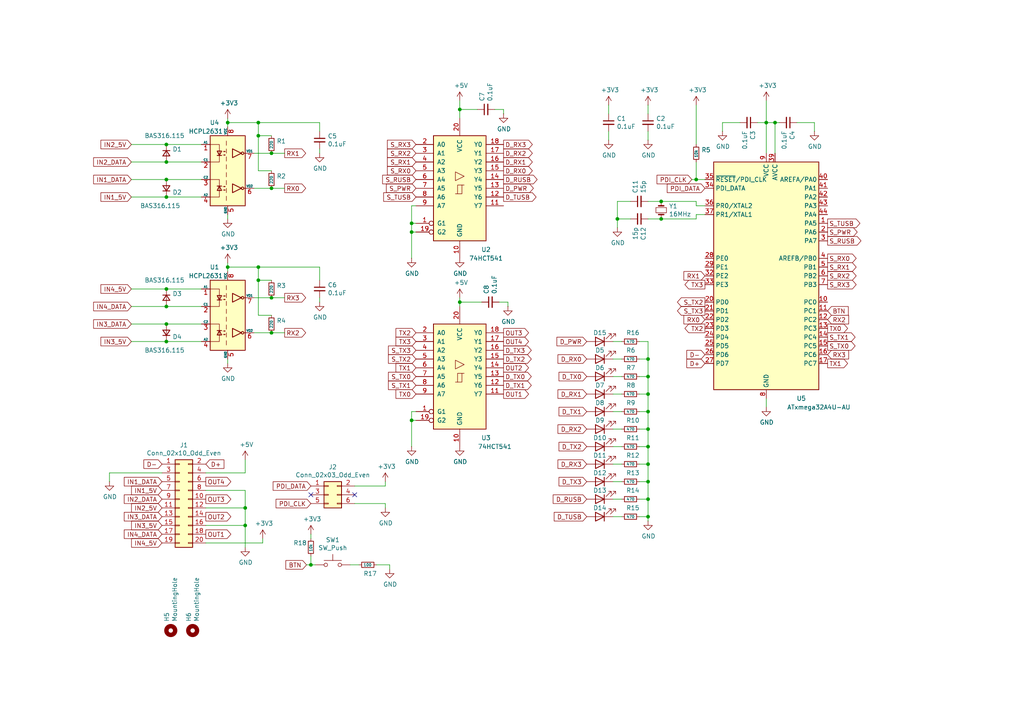
<source format=kicad_sch>
(kicad_sch (version 20231120) (generator "eeschema") (generator_version "8.0")
  (paper "A4")
  (junction (at 191.77 58.42))
  (junction (at 48.26 83.82))
  (junction (at 224.79 35.56))
  (junction (at 74.93 81.28))
  (junction (at 187.96 109.22))
  (junction (at 66.04 77.47))
  (junction (at 222.25 35.56))
  (junction (at 78.74 44.45))
  (junction (at 78.74 96.52))
  (junction (at 133.35 31.75))
  (junction (at 187.96 114.3))
  (junction (at 74.93 35.56))
  (junction (at 78.74 86.36))
  (junction (at 133.35 87.63))
  (junction (at 48.26 88.9))
  (junction (at 78.74 54.61))
  (junction (at 119.38 67.31))
  (junction (at 191.77 63.5))
  (junction (at 179.07 63.5))
  (junction (at 187.96 119.38))
  (junction (at 187.96 139.7))
  (junction (at 48.26 52.07))
  (junction (at 187.96 129.54))
  (junction (at 187.96 144.78))
  (junction (at 74.93 77.47))
  (junction (at 187.96 134.62))
  (junction (at 119.38 64.77))
  (junction (at 66.04 35.56))
  (junction (at 48.26 99.06))
  (junction (at 119.38 121.92))
  (junction (at 90.17 163.83))
  (junction (at 71.12 152.4))
  (junction (at 187.96 149.86))
  (junction (at 201.93 52.07))
  (junction (at 48.26 46.99))
  (junction (at 74.93 39.37))
  (junction (at 48.26 57.15))
  (junction (at 48.26 93.98))
  (junction (at 48.26 41.91))
  (junction (at 187.96 104.14))
  (junction (at 71.12 147.32))
  (junction (at 187.96 124.46))
  (no_connect (at 90.17 143.51))
  (no_connect (at 102.87 143.51))
  (wire (pts (xy 111.76 146.05) (xy 111.76 147.32)))
  (wire (pts (xy 182.88 58.42) (xy 179.07 58.42)))
  (wire (pts (xy 187.96 139.7) (xy 187.96 144.78)))
  (wire (pts (xy 222.25 115.57) (xy 222.25 118.11)))
  (wire (pts (xy 82.55 54.61) (xy 78.74 54.61)))
  (wire (pts (xy 92.71 86.36) (xy 92.71 87.63)))
  (wire (pts (xy 200.66 52.07) (xy 201.93 52.07)))
  (wire (pts (xy 177.8 139.7) (xy 180.34 139.7)))
  (wire (pts (xy 38.1 46.99) (xy 48.26 46.99)))
  (wire (pts (xy 92.71 43.18) (xy 92.71 44.45)))
  (wire (pts (xy 38.1 99.06) (xy 48.26 99.06)))
  (wire (pts (xy 66.04 105.41) (xy 66.04 104.14)))
  (wire (pts (xy 185.42 109.22) (xy 187.96 109.22)))
  (wire (pts (xy 187.96 109.22) (xy 187.96 114.3)))
  (wire (pts (xy 201.93 46.99) (xy 201.93 52.07)))
  (wire (pts (xy 201.93 63.5) (xy 191.77 63.5)))
  (wire (pts (xy 58.42 46.99) (xy 48.26 46.99)))
  (wire (pts (xy 187.96 149.86) (xy 187.96 151.13)))
  (wire (pts (xy 185.42 139.7) (xy 187.96 139.7)))
  (wire (pts (xy 78.74 39.37) (xy 74.93 39.37)))
  (wire (pts (xy 74.93 39.37) (xy 74.93 35.56)))
  (wire (pts (xy 92.71 77.47) (xy 92.71 81.28)))
  (wire (pts (xy 209.55 35.56) (xy 209.55 38.1)))
  (wire (pts (xy 119.38 67.31) (xy 119.38 64.77)))
  (wire (pts (xy 71.12 142.24) (xy 71.12 147.32)))
  (wire (pts (xy 201.93 59.69) (xy 204.47 59.69)))
  (wire (pts (xy 177.8 129.54) (xy 180.34 129.54)))
  (wire (pts (xy 59.69 142.24) (xy 71.12 142.24)))
  (wire (pts (xy 58.42 88.9) (xy 48.26 88.9)))
  (wire (pts (xy 226.06 35.56) (xy 224.79 35.56)))
  (wire (pts (xy 58.42 99.06) (xy 48.26 99.06)))
  (wire (pts (xy 73.66 86.36) (xy 78.74 86.36)))
  (wire (pts (xy 187.96 144.78) (xy 187.96 149.86)))
  (wire (pts (xy 66.04 35.56) (xy 66.04 36.83)))
  (wire (pts (xy 58.42 52.07) (xy 48.26 52.07)))
  (wire (pts (xy 71.12 147.32) (xy 71.12 152.4)))
  (wire (pts (xy 177.8 134.62) (xy 180.34 134.62)))
  (wire (pts (xy 119.38 119.38) (xy 120.65 119.38)))
  (wire (pts (xy 59.69 157.48) (xy 76.2 157.48)))
  (wire (pts (xy 101.6 163.83) (xy 104.14 163.83)))
  (wire (pts (xy 133.35 87.63) (xy 133.35 88.9)))
  (wire (pts (xy 74.93 81.28) (xy 74.93 77.47)))
  (wire (pts (xy 102.87 146.05) (xy 111.76 146.05)))
  (wire (pts (xy 185.42 144.78) (xy 187.96 144.78)))
  (wire (pts (xy 38.1 88.9) (xy 48.26 88.9)))
  (wire (pts (xy 201.93 52.07) (xy 204.47 52.07)))
  (wire (pts (xy 185.42 129.54) (xy 187.96 129.54)))
  (wire (pts (xy 177.8 99.06) (xy 180.34 99.06)))
  (wire (pts (xy 177.8 149.86) (xy 180.34 149.86)))
  (wire (pts (xy 201.93 30.48) (xy 201.93 41.91)))
  (wire (pts (xy 66.04 76.2) (xy 66.04 77.47)))
  (wire (pts (xy 120.65 121.92) (xy 119.38 121.92)))
  (wire (pts (xy 82.55 44.45) (xy 78.74 44.45)))
  (wire (pts (xy 146.05 31.75) (xy 146.05 33.02)))
  (wire (pts (xy 187.96 58.42) (xy 191.77 58.42)))
  (wire (pts (xy 204.47 62.23) (xy 201.93 62.23)))
  (wire (pts (xy 185.42 149.86) (xy 187.96 149.86)))
  (wire (pts (xy 179.07 63.5) (xy 179.07 66.04)))
  (wire (pts (xy 92.71 35.56) (xy 92.71 38.1)))
  (wire (pts (xy 66.04 35.56) (xy 74.93 35.56)))
  (wire (pts (xy 191.77 63.5) (xy 187.96 63.5)))
  (wire (pts (xy 176.53 30.48) (xy 176.53 33.02)))
  (wire (pts (xy 90.17 163.83) (xy 91.44 163.83)))
  (wire (pts (xy 90.17 161.29) (xy 90.17 163.83)))
  (wire (pts (xy 119.38 129.54) (xy 119.38 121.92)))
  (wire (pts (xy 59.69 152.4) (xy 71.12 152.4)))
  (wire (pts (xy 82.55 86.36) (xy 78.74 86.36)))
  (wire (pts (xy 73.66 96.52) (xy 78.74 96.52)))
  (wire (pts (xy 179.07 63.5) (xy 182.88 63.5)))
  (wire (pts (xy 38.1 52.07) (xy 48.26 52.07)))
  (wire (pts (xy 38.1 41.91) (xy 48.26 41.91)))
  (wire (pts (xy 78.74 81.28) (xy 74.93 81.28)))
  (wire (pts (xy 102.87 140.97) (xy 111.76 140.97)))
  (wire (pts (xy 187.96 124.46) (xy 187.96 129.54)))
  (wire (pts (xy 78.74 96.52) (xy 82.55 96.52)))
  (wire (pts (xy 38.1 93.98) (xy 48.26 93.98)))
  (wire (pts (xy 176.53 38.1) (xy 176.53 40.64)))
  (wire (pts (xy 109.22 163.83) (xy 113.03 163.83)))
  (wire (pts (xy 185.42 124.46) (xy 187.96 124.46)))
  (wire (pts (xy 147.32 87.63) (xy 147.32 88.9)))
  (wire (pts (xy 133.35 29.21) (xy 133.35 31.75)))
  (wire (pts (xy 187.96 30.48) (xy 187.96 33.02)))
  (wire (pts (xy 133.35 31.75) (xy 133.35 34.29)))
  (wire (pts (xy 185.42 134.62) (xy 187.96 134.62)))
  (wire (pts (xy 66.04 63.5) (xy 66.04 62.23)))
  (wire (pts (xy 119.38 74.93) (xy 119.38 67.31)))
  (wire (pts (xy 177.8 144.78) (xy 180.34 144.78)))
  (wire (pts (xy 133.35 86.36) (xy 133.35 87.63)))
  (wire (pts (xy 74.93 39.37) (xy 74.93 49.53)))
  (wire (pts (xy 201.93 58.42) (xy 201.93 59.69)))
  (wire (pts (xy 187.96 104.14) (xy 187.96 109.22)))
  (wire (pts (xy 66.04 77.47) (xy 66.04 78.74)))
  (wire (pts (xy 236.22 35.56) (xy 236.22 38.1)))
  (wire (pts (xy 222.25 44.45) (xy 222.25 35.56)))
  (wire (pts (xy 185.42 114.3) (xy 187.96 114.3)))
  (wire (pts (xy 144.78 87.63) (xy 147.32 87.63)))
  (wire (pts (xy 76.2 157.48) (xy 76.2 156.21)))
  (wire (pts (xy 138.43 31.75) (xy 133.35 31.75)))
  (wire (pts (xy 92.71 77.47) (xy 74.93 77.47)))
  (wire (pts (xy 58.42 41.91) (xy 48.26 41.91)))
  (wire (pts (xy 58.42 57.15) (xy 48.26 57.15)))
  (wire (pts (xy 74.93 49.53) (xy 78.74 49.53)))
  (wire (pts (xy 224.79 35.56) (xy 222.25 35.56)))
  (wire (pts (xy 222.25 29.21) (xy 222.25 35.56)))
  (wire (pts (xy 177.8 124.46) (xy 180.34 124.46)))
  (wire (pts (xy 71.12 152.4) (xy 71.12 158.75)))
  (wire (pts (xy 187.96 129.54) (xy 187.96 134.62)))
  (wire (pts (xy 66.04 34.29) (xy 66.04 35.56)))
  (wire (pts (xy 38.1 57.15) (xy 48.26 57.15)))
  (wire (pts (xy 191.77 58.42) (xy 201.93 58.42)))
  (wire (pts (xy 185.42 104.14) (xy 187.96 104.14)))
  (wire (pts (xy 177.8 114.3) (xy 180.34 114.3)))
  (wire (pts (xy 224.79 44.45) (xy 224.79 35.56)))
  (wire (pts (xy 119.38 59.69) (xy 119.38 64.77)))
  (wire (pts (xy 71.12 137.16) (xy 71.12 133.35)))
  (wire (pts (xy 120.65 59.69) (xy 119.38 59.69)))
  (wire (pts (xy 177.8 119.38) (xy 180.34 119.38)))
  (wire (pts (xy 185.42 99.06) (xy 187.96 99.06)))
  (wire (pts (xy 143.51 31.75) (xy 146.05 31.75)))
  (wire (pts (xy 31.75 137.16) (xy 46.99 137.16)))
  (wire (pts (xy 177.8 109.22) (xy 180.34 109.22)))
  (wire (pts (xy 111.76 140.97) (xy 111.76 139.7)))
  (wire (pts (xy 187.96 114.3) (xy 187.96 119.38)))
  (wire (pts (xy 222.25 35.56) (xy 219.71 35.56)))
  (wire (pts (xy 187.96 38.1) (xy 187.96 40.64)))
  (wire (pts (xy 59.69 147.32) (xy 71.12 147.32)))
  (wire (pts (xy 187.96 134.62) (xy 187.96 139.7)))
  (wire (pts (xy 231.14 35.56) (xy 236.22 35.56)))
  (wire (pts (xy 59.69 137.16) (xy 71.12 137.16)))
  (wire (pts (xy 73.66 44.45) (xy 78.74 44.45)))
  (wire (pts (xy 201.93 62.23) (xy 201.93 63.5)))
  (wire (pts (xy 74.93 81.28) (xy 74.93 91.44)))
  (wire (pts (xy 58.42 83.82) (xy 48.26 83.82)))
  (wire (pts (xy 214.63 35.56) (xy 209.55 35.56)))
  (wire (pts (xy 113.03 163.83) (xy 113.03 165.1)))
  (wire (pts (xy 74.93 35.56) (xy 92.71 35.56)))
  (wire (pts (xy 88.9 163.83) (xy 90.17 163.83)))
  (wire (pts (xy 74.93 91.44) (xy 78.74 91.44)))
  (wire (pts (xy 58.42 93.98) (xy 48.26 93.98)))
  (wire (pts (xy 90.17 154.94) (xy 90.17 156.21)))
  (wire (pts (xy 74.93 77.47) (xy 66.04 77.47)))
  (wire (pts (xy 187.96 99.06) (xy 187.96 104.14)))
  (wire (pts (xy 133.35 87.63) (xy 139.7 87.63)))
  (wire (pts (xy 185.42 119.38) (xy 187.96 119.38)))
  (wire (pts (xy 119.38 121.92) (xy 119.38 119.38)))
  (wire (pts (xy 31.75 139.7) (xy 31.75 137.16)))
  (wire (pts (xy 119.38 64.77) (xy 120.65 64.77)))
  (wire (pts (xy 187.96 119.38) (xy 187.96 124.46)))
  (wire (pts (xy 73.66 54.61) (xy 78.74 54.61)))
  (wire (pts (xy 179.07 58.42) (xy 179.07 63.5)))
  (wire (pts (xy 38.1 83.82) (xy 48.26 83.82)))
  (wire (pts (xy 177.8 104.14) (xy 180.34 104.14)))
  (wire (pts (xy 120.65 67.31) (xy 119.38 67.31)))
  (global_label "D_PWR" (shape input) (at 170.18 99.06 180) (property "Intersheetrefs" "${INTERSHEET_REFS}" (effects (hide yes))))
  (global_label "D_RX3" (shape output) (at 146.05 41.91 0) (property "Intersheetrefs" "${INTERSHEET_REFS}" (effects (hide yes))))
  (global_label "OUT1" (shape output) (at 59.69 154.94 0) (property "Intersheetrefs" "${INTERSHEET_REFS}" (effects (hide yes))))
  (global_label "RX3" (shape input) (at 240.03 102.87 0) (property "Intersheetrefs" "${INTERSHEET_REFS}" (effects (hide yes))))
  (global_label "RX0" (shape output) (at 82.55 54.61 0) (property "Intersheetrefs" "${INTERSHEET_REFS}" (effects (hide yes))))
  (global_label "IN3_DATA" (shape input) (at 38.1 93.98 180) (property "Intersheetrefs" "${INTERSHEET_REFS}" (effects (hide yes))))
  (global_label "IN1_DATA" (shape input) (at 46.99 139.7 180) (property "Intersheetrefs" "${INTERSHEET_REFS}" (effects (hide yes))))
  (global_label "D_TUSB" (shape output) (at 146.05 57.15 0) (property "Intersheetrefs" "${INTERSHEET_REFS}" (effects (hide yes))))
  (global_label "S_TUSB" (shape output) (at 240.03 64.77 0) (property "Intersheetrefs" "${INTERSHEET_REFS}" (effects (hide yes))))
  (global_label "IN4_DATA" (shape input) (at 38.1 88.9 180) (property "Intersheetrefs" "${INTERSHEET_REFS}" (effects (hide yes))))
  (global_label "S_RUSB" (shape input) (at 120.65 52.07 180) (property "Intersheetrefs" "${INTERSHEET_REFS}" (effects (hide yes))))
  (global_label "D_RX0" (shape output) (at 146.05 49.53 0) (property "Intersheetrefs" "${INTERSHEET_REFS}" (effects (hide yes))))
  (global_label "RX2" (shape output) (at 82.55 96.52 0) (property "Intersheetrefs" "${INTERSHEET_REFS}" (effects (hide yes))))
  (global_label "TX3" (shape output) (at 204.47 82.55 180) (property "Intersheetrefs" "${INTERSHEET_REFS}" (effects (hide yes))))
  (global_label "OUT2" (shape output) (at 59.69 149.86 0) (property "Intersheetrefs" "${INTERSHEET_REFS}" (effects (hide yes))))
  (global_label "IN2_5V" (shape input) (at 46.99 147.32 180) (property "Intersheetrefs" "${INTERSHEET_REFS}" (effects (hide yes))))
  (global_label "IN4_5V" (shape input) (at 38.1 83.82 180) (property "Intersheetrefs" "${INTERSHEET_REFS}" (effects (hide yes))))
  (global_label "D_TX0" (shape output) (at 146.05 109.22 0) (property "Intersheetrefs" "${INTERSHEET_REFS}" (effects (hide yes))))
  (global_label "TX0" (shape output) (at 240.03 95.25 0) (property "Intersheetrefs" "${INTERSHEET_REFS}" (effects (hide yes))))
  (global_label "S_RX3" (shape output) (at 240.03 82.55 0) (property "Intersheetrefs" "${INTERSHEET_REFS}" (effects (hide yes))))
  (global_label "RX2" (shape input) (at 240.03 92.71 0) (property "Intersheetrefs" "${INTERSHEET_REFS}" (effects (hide yes))))
  (global_label "RX0" (shape input) (at 204.47 92.71 180) (property "Intersheetrefs" "${INTERSHEET_REFS}" (effects (hide yes))))
  (global_label "PDI_DATA" (shape input) (at 90.17 140.97 180) (property "Intersheetrefs" "${INTERSHEET_REFS}" (effects (hide yes))))
  (global_label "OUT2" (shape output) (at 146.05 106.68 0) (property "Intersheetrefs" "${INTERSHEET_REFS}" (effects (hide yes))))
  (global_label "OUT4" (shape output) (at 59.69 139.7 0) (property "Intersheetrefs" "${INTERSHEET_REFS}" (effects (hide yes))))
  (global_label "TX1" (shape input) (at 120.65 106.68 180) (property "Intersheetrefs" "${INTERSHEET_REFS}" (effects (hide yes))))
  (global_label "D_RX3" (shape input) (at 170.18 134.62 180) (property "Intersheetrefs" "${INTERSHEET_REFS}" (effects (hide yes))))
  (global_label "S_TX2" (shape output) (at 204.47 87.63 180) (property "Intersheetrefs" "${INTERSHEET_REFS}" (effects (hide yes))))
  (global_label "D_RX0" (shape input) (at 170.18 104.14 180) (property "Intersheetrefs" "${INTERSHEET_REFS}" (effects (hide yes))))
  (global_label "D_TX0" (shape input) (at 170.18 109.22 180) (property "Intersheetrefs" "${INTERSHEET_REFS}" (effects (hide yes))))
  (global_label "IN2_DATA" (shape input) (at 46.99 144.78 180) (property "Intersheetrefs" "${INTERSHEET_REFS}" (effects (hide yes))))
  (global_label "D_TX3" (shape output) (at 146.05 101.6 0) (property "Intersheetrefs" "${INTERSHEET_REFS}" (effects (hide yes))))
  (global_label "D_RUSB" (shape output) (at 146.05 52.07 0) (property "Intersheetrefs" "${INTERSHEET_REFS}" (effects (hide yes))))
  (global_label "OUT1" (shape output) (at 146.05 114.3 0) (property "Intersheetrefs" "${INTERSHEET_REFS}" (effects (hide yes))))
  (global_label "OUT3" (shape output) (at 59.69 144.78 0) (property "Intersheetrefs" "${INTERSHEET_REFS}" (effects (hide yes))))
  (global_label "S_TX1" (shape output) (at 240.03 97.79 0) (property "Intersheetrefs" "${INTERSHEET_REFS}" (effects (hide yes))))
  (global_label "D+" (shape input) (at 204.47 105.41 180) (property "Intersheetrefs" "${INTERSHEET_REFS}" (effects (hide yes))))
  (global_label "IN3_5V" (shape input) (at 46.99 152.4 180) (property "Intersheetrefs" "${INTERSHEET_REFS}" (effects (hide yes))))
  (global_label "PDI_DATA" (shape input) (at 204.47 54.61 180) (property "Intersheetrefs" "${INTERSHEET_REFS}" (effects (hide yes))))
  (global_label "S_RX1" (shape input) (at 120.65 46.99 180) (property "Intersheetrefs" "${INTERSHEET_REFS}" (effects (hide yes))))
  (global_label "S_TX3" (shape input) (at 120.65 101.6 180) (property "Intersheetrefs" "${INTERSHEET_REFS}" (effects (hide yes))))
  (global_label "IN4_5V" (shape input) (at 46.99 157.48 180) (property "Intersheetrefs" "${INTERSHEET_REFS}" (effects (hide yes))))
  (global_label "TX3" (shape input) (at 120.65 99.06 180) (property "Intersheetrefs" "${INTERSHEET_REFS}" (effects (hide yes))))
  (global_label "RX1" (shape input) (at 204.47 80.01 180) (property "Intersheetrefs" "${INTERSHEET_REFS}" (effects (hide yes))))
  (global_label "IN1_5V" (shape input) (at 38.1 57.15 180) (property "Intersheetrefs" "${INTERSHEET_REFS}" (effects (hide yes))))
  (global_label "S_TX2" (shape input) (at 120.65 104.14 180) (property "Intersheetrefs" "${INTERSHEET_REFS}" (effects (hide yes))))
  (global_label "RX3" (shape output) (at 82.55 86.36 0) (property "Intersheetrefs" "${INTERSHEET_REFS}" (effects (hide yes))))
  (global_label "S_RX2" (shape output) (at 240.03 80.01 0) (property "Intersheetrefs" "${INTERSHEET_REFS}" (effects (hide yes))))
  (global_label "S_RUSB" (shape output) (at 240.03 69.85 0) (property "Intersheetrefs" "${INTERSHEET_REFS}" (effects (hide yes))))
  (global_label "RX1" (shape output) (at 82.55 44.45 0) (property "Intersheetrefs" "${INTERSHEET_REFS}" (effects (hide yes))))
  (global_label "D-" (shape input) (at 46.99 134.62 180) (property "Intersheetrefs" "${INTERSHEET_REFS}" (effects (hide yes))))
  (global_label "D_RX2" (shape output) (at 146.05 44.45 0) (property "Intersheetrefs" "${INTERSHEET_REFS}" (effects (hide yes))))
  (global_label "D_RX1" (shape input) (at 170.18 114.3 180) (property "Intersheetrefs" "${INTERSHEET_REFS}" (effects (hide yes))))
  (global_label "S_TX0" (shape output) (at 240.03 100.33 0) (property "Intersheetrefs" "${INTERSHEET_REFS}" (effects (hide yes))))
  (global_label "IN1_DATA" (shape input) (at 38.1 52.07 180) (property "Intersheetrefs" "${INTERSHEET_REFS}" (effects (hide yes))))
  (global_label "S_TX1" (shape input) (at 120.65 111.76 180) (property "Intersheetrefs" "${INTERSHEET_REFS}" (effects (hide yes))))
  (global_label "TX2" (shape output) (at 204.47 95.25 180) (property "Intersheetrefs" "${INTERSHEET_REFS}" (effects (hide yes))))
  (global_label "D+" (shape input) (at 59.69 134.62 0) (property "Intersheetrefs" "${INTERSHEET_REFS}" (effects (hide yes))))
  (global_label "D_RX1" (shape output) (at 146.05 46.99 0) (property "Intersheetrefs" "${INTERSHEET_REFS}" (effects (hide yes))))
  (global_label "S_TUSB" (shape input) (at 120.65 57.15 180) (property "Intersheetrefs" "${INTERSHEET_REFS}" (effects (hide yes))))
  (global_label "D_TX1" (shape input) (at 170.18 119.38 180) (property "Intersheetrefs" "${INTERSHEET_REFS}" (effects (hide yes))))
  (global_label "S_PWR" (shape input) (at 120.65 54.61 180) (property "Intersheetrefs" "${INTERSHEET_REFS}" (effects (hide yes))))
  (global_label "D_TX1" (shape output) (at 146.05 111.76 0) (property "Intersheetrefs" "${INTERSHEET_REFS}" (effects (hide yes))))
  (global_label "IN3_5V" (shape input) (at 38.1 99.06 180) (property "Intersheetrefs" "${INTERSHEET_REFS}" (effects (hide yes))))
  (global_label "D_TX2" (shape input) (at 170.18 129.54 180) (property "Intersheetrefs" "${INTERSHEET_REFS}" (effects (hide yes))))
  (global_label "OUT3" (shape output) (at 146.05 96.52 0) (property "Intersheetrefs" "${INTERSHEET_REFS}" (effects (hide yes))))
  (global_label "TX2" (shape input) (at 120.65 96.52 180) (property "Intersheetrefs" "${INTERSHEET_REFS}" (effects (hide yes))))
  (global_label "IN2_DATA" (shape input) (at 38.1 46.99 180) (property "Intersheetrefs" "${INTERSHEET_REFS}" (effects (hide yes))))
  (global_label "S_RX1" (shape output) (at 240.03 77.47 0) (property "Intersheetrefs" "${INTERSHEET_REFS}" (effects (hide yes))))
  (global_label "IN2_5V" (shape input) (at 38.1 41.91 180) (property "Intersheetrefs" "${INTERSHEET_REFS}" (effects (hide yes))))
  (global_label "PDI_CLK" (shape input) (at 90.17 146.05 180) (property "Intersheetrefs" "${INTERSHEET_REFS}" (effects (hide yes))))
  (global_label "BTN" (shape input) (at 88.9 163.83 180) (property "Intersheetrefs" "${INTERSHEET_REFS}" (effects (hide yes))))
  (global_label "S_RX0" (shape input) (at 120.65 49.53 180) (property "Intersheetrefs" "${INTERSHEET_REFS}" (effects (hide yes))))
  (global_label "IN4_DATA" (shape input) (at 46.99 154.94 180) (property "Intersheetrefs" "${INTERSHEET_REFS}" (effects (hide yes))))
  (global_label "D_PWR" (shape output) (at 146.05 54.61 0) (property "Intersheetrefs" "${INTERSHEET_REFS}" (effects (hide yes))))
  (global_label "S_RX2" (shape input) (at 120.65 44.45 180) (property "Intersheetrefs" "${INTERSHEET_REFS}" (effects (hide yes))))
  (global_label "S_TX3" (shape output) (at 204.47 90.17 180) (property "Intersheetrefs" "${INTERSHEET_REFS}" (effects (hide yes))))
  (global_label "S_PWR" (shape output) (at 240.03 67.31 0) (property "Intersheetrefs" "${INTERSHEET_REFS}" (effects (hide yes))))
  (global_label "OUT4" (shape output) (at 146.05 99.06 0) (property "Intersheetrefs" "${INTERSHEET_REFS}" (effects (hide yes))))
  (global_label "S_RX3" (shape input) (at 120.65 41.91 180) (property "Intersheetrefs" "${INTERSHEET_REFS}" (effects (hide yes))))
  (global_label "IN3_DATA" (shape input) (at 46.99 149.86 180) (property "Intersheetrefs" "${INTERSHEET_REFS}" (effects (hide yes))))
  (global_label "TX0" (shape input) (at 120.65 114.3 180) (property "Intersheetrefs" "${INTERSHEET_REFS}" (effects (hide yes))))
  (global_label "S_RX0" (shape output) (at 240.03 74.93 0) (property "Intersheetrefs" "${INTERSHEET_REFS}" (effects (hide yes))))
  (global_label "TX1" (shape output) (at 240.03 105.41 0) (property "Intersheetrefs" "${INTERSHEET_REFS}" (effects (hide yes))))
  (global_label "D-" (shape input) (at 204.47 102.87 180) (property "Intersheetrefs" "${INTERSHEET_REFS}" (effects (hide yes))))
  (global_label "PDI_CLK" (shape input) (at 200.66 52.07 180) (property "Intersheetrefs" "${INTERSHEET_REFS}" (effects (hide yes))))
  (global_label "D_RUSB" (shape input) (at 170.18 144.78 180) (property "Intersheetrefs" "${INTERSHEET_REFS}" (effects (hide yes))))
  (global_label "D_TX3" (shape input) (at 170.18 139.7 180) (property "Intersheetrefs" "${INTERSHEET_REFS}" (effects (hide yes))))
  (global_label "D_TX2" (shape output) (at 146.05 104.14 0) (property "Intersheetrefs" "${INTERSHEET_REFS}" (effects (hide yes))))
  (global_label "BTN" (shape input) (at 240.03 90.17 0) (property "Intersheetrefs" "${INTERSHEET_REFS}" (effects (hide yes))))
  (global_label "D_RX2" (shape input) (at 170.18 124.46 180) (property "Intersheetrefs" "${INTERSHEET_REFS}" (effects (hide yes))))
  (global_label "IN1_5V" (shape input) (at 46.99 142.24 180) (property "Intersheetrefs" "${INTERSHEET_REFS}" (effects (hide yes))))
  (global_label "S_TX0" (shape input) (at 120.65 109.22 180) (property "Intersheetrefs" "${INTERSHEET_REFS}" (effects (hide yes))))
  (global_label "D_TUSB" (shape input) (at 170.18 149.86 180) (property "Intersheetrefs" "${INTERSHEET_REFS}" (effects (hide yes))))
  (symbol (lib_id "Device:C_Small") (at 187.96 35.56 0) (unit 1)
    (property "Reference" "C2" (at 190.2968 34.3916 0) (effects (justify left)))
    (property "Value" "0.1uF" (at 190.2968 36.703 0) (effects (justify left)))
    (property "Footprint" "Capacitor_SMD:C_0805_2012Metric" (effects (hide yes)))
  )
  (symbol (lib_id "power:GND") (at 147.32 88.9 0) (unit 1)
    (property "Reference" "#PWR0108" (effects (hide yes)))
    (property "Value" "GND" (at 147.447 93.2942 0))
    (property "Description" "Power symbol creates a global label with name \"GND\" , ground" (effects (hide yes)))
  )
  (symbol (lib_id "Device:LED") (at 173.99 99.06 180) (unit 1)
    (property "Reference" "D15" (at 173.99 96.52 0))
    (property "Value" "LED" (effects (hide yes)))
    (property "Footprint" "lib:LED_D2.0mm_W4.8mm_Horizontal_O1.27mm_Z2.0mm" (effects (hide yes)))
  )
  (symbol (lib_id "Device:R_Small") (at 182.88 99.06 270) (unit 1)
    (property "Reference" "R16" (at 181.61 96.52 90) (effects (justify left)))
    (property "Value" "470" (at 182.88 99.06 90) (effects (font (size 0.7874 0.7874))))
    (property "Footprint" "Resistor_SMD:R_0805_2012Metric" (effects (hide yes)))
  )
  (symbol (lib_id "power:+3.3V") (at 76.2 156.21 0) (unit 1)
    (property "Reference" "#PWR0114" (effects (hide yes)))
    (property "Value" "+3V3" (at 76.581 151.8158 0))
    (property "Description" "Power symbol creates a global label with name \"+3.3V\"" (effects (hide yes)))
  )
  (symbol (lib_id "Switch:SW_Push") (at 96.52 163.83 0) (unit 1)
    (property "Reference" "SW1" (at 96.52 156.591 0))
    (property "Value" "SW_Push" (at 96.52 158.9024 0))
    (property "Footprint" "Button_Switch_THT:SW_Tactile_SPST_Angled_PTS645Vx58-2LFS" (effects (hide yes)))
  )
  (symbol (lib_id "power:GND") (at 113.03 165.1 0) (unit 1)
    (property "Reference" "#PWR0121" (effects (hide yes)))
    (property "Value" "GND" (at 113.157 169.4942 0))
    (property "Description" "Power symbol creates a global label with name \"GND\" , ground" (effects (hide yes)))
  )
  (symbol (lib_id "Device:R_Small") (at 106.68 163.83 270) (unit 1)
    (property "Reference" "R17" (at 105.41 166.37 90) (effects (justify left)))
    (property "Value" "100" (at 105.41 163.83 90) (effects (font (size 0.7874 0.7874)) (justify left)))
    (property "Footprint" "Resistor_SMD:R_0805_2012Metric" (effects (hide yes)))
  )
  (symbol (lib_id "Device:R_Small") (at 90.17 158.75 0) (unit 1)
    (property "Reference" "R18" (at 85.09 157.48 0) (effects (justify left)))
    (property "Value" "10k" (at 90.17 160.02 90) (effects (font (size 0.7874 0.7874)) (justify left)))
    (property "Footprint" "Resistor_SMD:R_0805_2012Metric" (effects (hide yes)))
  )
  (symbol (lib_id "power:+3.3V") (at 90.17 154.94 0) (unit 1)
    (property "Reference" "#PWR0122" (effects (hide yes)))
    (property "Value" "+3V3" (at 90.551 150.5458 0))
    (property "Description" "Power symbol creates a global label with name \"+3.3V\"" (effects (hide yes)))
  )
  (symbol (lib_id "MCU_Microchip_ATmega:ATxmega32A4U-A") (at 222.25 80.01 0) (unit 1)
    (property "Reference" "U5" (at 232.41 115.57 0))
    (property "Value" "ATxmega32A4U-AU" (at 237.49 118.11 0))
    (property "Footprint" "Package_QFP:TQFP-44_10x10mm_P0.8mm" (effects (hide yes)))
    (property "Datasheet" "http://ww1.microchip.com/downloads/en/DeviceDoc/Atmel-8387-8-and16-bit-AVR-Microcontroller-XMEGA-A4U_Datasheet.pdf" (effects (hide yes)))
    (property "Description" "32MHz, 32kB Flash, 4kB Boot, 4kB SRAM, 1kB EEPROM, JTAG, USB, TQFP-44" (effects (hide yes)))
  )
  (symbol (lib_id "Isolator:HCPL-2631") (at 66.04 49.53 0) (unit 1)
    (property "Reference" "U4" (at 62.23 35.56 0))
    (property "Value" "HCPL2631" (at 59.69 38.1 0))
    (property "Footprint" "Package_DIP:DIP-8_W7.62mm" (effects (hide yes)))
    (property "Datasheet" "http://www.onsemi.com/pub/Collateral/HCPL2731-D.pdf" (effects (hide yes)))
  )
  (symbol (lib_id "Connector_Generic:Conn_02x10_Odd_Even") (at 52.07 144.78 0) (unit 1)
    (property "Reference" "J1" (at 53.34 129.1082 0))
    (property "Value" "Conn_02x10_Odd_Even" (at 53.34 131.4196 0))
    (property "Footprint" "lib:PinSocket_2x10_P2.54mm_Vertical_SMD" (effects (hide yes)))
  )
  (symbol (lib_id "Device:C_Small") (at 217.17 35.56 270) (unit 1)
    (property "Reference" "C3" (at 218.3384 37.8968 0) (effects (justify left)))
    (property "Value" "0.1uF" (at 216.027 37.8968 0) (effects (justify left)))
    (property "Footprint" "Capacitor_SMD:C_0805_2012Metric" (effects (hide yes)))
  )
  (symbol (lib_id "Device:C_Small") (at 228.6 35.56 270) (unit 1)
    (property "Reference" "C4" (at 229.7684 37.8968 0) (effects (justify left)))
    (property "Value" "0.1uF" (at 227.457 37.8968 0) (effects (justify left)))
    (property "Footprint" "Capacitor_SMD:C_0805_2012Metric" (effects (hide yes)))
  )
  (symbol (lib_id "power:+3.3V") (at 222.25 29.21 0) (unit 1)
    (property "Reference" "#PWR0101" (effects (hide yes)))
    (property "Value" "+3V3" (at 222.631 24.8158 0))
    (property "Description" "Power symbol creates a global label with name \"+3.3V\"" (effects (hide yes)))
  )
  (symbol (lib_id "power:GND") (at 209.55 38.1 0) (unit 1)
    (property "Reference" "#PWR0102" (effects (hide yes)))
    (property "Value" "GND" (at 209.677 42.4942 0))
    (property "Description" "Power symbol creates a global label with name \"GND\" , ground" (effects (hide yes)))
  )
  (symbol (lib_id "power:GND") (at 236.22 38.1 0) (unit 1)
    (property "Reference" "#PWR0103" (effects (hide yes)))
    (property "Value" "GND" (at 236.347 42.4942 0))
    (property "Description" "Power symbol creates a global label with name \"GND\" , ground" (effects (hide yes)))
  )
  (symbol (lib_id "power:GND") (at 222.25 118.11 0) (unit 1)
    (property "Reference" "#PWR0104" (effects (hide yes)))
    (property "Value" "GND" (at 222.377 122.5042 0))
    (property "Description" "Power symbol creates a global label with name \"GND\" , ground" (effects (hide yes)))
  )
  (symbol (lib_id "Device:C_Small") (at 176.53 35.56 0) (unit 1)
    (property "Reference" "C1" (at 178.8668 34.3916 0) (effects (justify left)))
    (property "Value" "0.1uF" (at 178.8668 36.703 0) (effects (justify left)))
    (property "Footprint" "Capacitor_SMD:C_0805_2012Metric" (effects (hide yes)))
  )
  (symbol (lib_id "power:+3.3V") (at 176.53 30.48 0) (unit 1)
    (property "Reference" "#PWR0105" (effects (hide yes)))
    (property "Value" "+3V3" (at 176.911 26.0858 0))
    (property "Description" "Power symbol creates a global label with name \"+3.3V\"" (effects (hide yes)))
  )
  (symbol (lib_id "power:+3.3V") (at 187.96 30.48 0) (unit 1)
    (property "Reference" "#PWR0106" (effects (hide yes)))
    (property "Value" "+3V3" (at 188.341 26.0858 0))
    (property "Description" "Power symbol creates a global label with name \"+3.3V\"" (effects (hide yes)))
  )
  (symbol (lib_id "power:GND") (at 187.96 40.64 0) (unit 1)
    (property "Reference" "#PWR0109" (effects (hide yes)))
    (property "Value" "GND" (at 188.087 45.0342 0))
    (property "Description" "Power symbol creates a global label with name \"GND\" , ground" (effects (hide yes)))
  )
  (symbol (lib_id "Device:C_Small") (at 142.24 87.63 90) (unit 1)
    (property "Reference" "C8" (at 141.0716 85.2932 0) (effects (justify left)))
    (property "Value" "0.1uF" (at 143.383 85.2932 0) (effects (justify left)))
    (property "Footprint" "Capacitor_SMD:C_0805_2012Metric" (effects (hide yes)))
  )
  (symbol (lib_id "power:GND") (at 146.05 33.02 0) (unit 1)
    (property "Reference" "#PWR0112" (effects (hide yes)))
    (property "Value" "GND" (at 146.177 37.4142 0))
    (property "Description" "Power symbol creates a global label with name \"GND\" , ground" (effects (hide yes)))
  )
  (symbol (lib_id "Device:C_Small") (at 140.97 31.75 90) (unit 1)
    (property "Reference" "C7" (at 139.8016 29.4132 0) (effects (justify left)))
    (property "Value" "0.1uF" (at 142.113 29.4132 0) (effects (justify left)))
    (property "Footprint" "Capacitor_SMD:C_0805_2012Metric" (effects (hide yes)))
  )
  (symbol (lib_id "power:+3.3V") (at 66.04 34.29 0) (unit 1)
    (property "Reference" "#PWR0115" (effects (hide yes)))
    (property "Value" "+3V3" (at 66.421 29.8958 0))
    (property "Description" "Power symbol creates a global label with name \"+3.3V\"" (effects (hide yes)))
  )
  (symbol (lib_id "Device:C_Small") (at 92.71 40.64 0) (unit 1)
    (property "Reference" "C5" (at 95.0468 39.4716 0) (effects (justify left)))
    (property "Value" "0.1uF" (at 95.0468 41.783 0) (effects (justify left)))
    (property "Footprint" "Capacitor_SMD:C_0805_2012Metric" (effects (hide yes)))
  )
  (symbol (lib_id "power:GND") (at 92.71 44.45 0) (unit 1)
    (property "Reference" "#PWR0116" (effects (hide yes)))
    (property "Value" "GND" (at 92.837 48.8442 0))
    (property "Description" "Power symbol creates a global label with name \"GND\" , ground" (effects (hide yes)))
  )
  (symbol (lib_id "Device:R_Small") (at 78.74 41.91 0) (unit 1)
    (property "Reference" "R1" (at 80.2386 40.9448 0) (effects (justify left)))
    (property "Value" "220" (at 78.74 43.18 90) (effects (font (size 0.7874 0.7874)) (justify left)))
    (property "Footprint" "Resistor_SMD:R_0805_2012Metric" (effects (hide yes)))
  )
  (symbol (lib_id "Device:D_Small") (at 48.26 44.45 270) (unit 1)
    (property "Reference" "D1" (at 50.038 43.2816 90) (effects (justify left)))
    (property "Value" "BAS316.115" (at 41.91 39.37 90) (effects (justify left)))
    (property "Footprint" "Diode_SMD:D_SOD-323_HandSoldering" (effects (hide yes)))
  )
  (symbol (lib_id "Device:R_Small") (at 78.74 52.07 0) (unit 1)
    (property "Reference" "R2" (at 80.2386 51.1048 0) (effects (justify left)))
    (property "Value" "220" (at 78.74 53.34 90) (effects (font (size 0.7874 0.7874)) (justify left)))
    (property "Footprint" "Resistor_SMD:R_0805_2012Metric" (effects (hide yes)))
  )
  (symbol (lib_id "power:GND") (at 66.04 63.5 0) (unit 1)
    (property "Reference" "#PWR0117" (effects (hide yes)))
    (property "Value" "GND" (at 66.167 67.8942 0))
    (property "Description" "Power symbol creates a global label with name \"GND\" , ground" (effects (hide yes)))
  )
  (symbol (lib_id "Device:D_Small") (at 48.26 54.61 270) (mirror x) (unit 1)
    (property "Reference" "D2" (at 50.038 55.7784 90) (effects (justify left)))
    (property "Value" "BAS316.115" (at 40.64 59.69 90) (effects (justify left)))
    (property "Footprint" "Diode_SMD:D_SOD-323_HandSoldering" (effects (hide yes)))
  )
  (symbol (lib_id "Isolator:HCPL-2631") (at 66.04 91.44 0) (unit 1)
    (property "Reference" "U1" (at 62.23 77.47 0))
    (property "Value" "HCPL2631" (at 59.69 80.01 0))
    (property "Footprint" "Package_DIP:DIP-8_W7.62mm" (effects (hide yes)))
    (property "Datasheet" "http://www.onsemi.com/pub/Collateral/HCPL2731-D.pdf" (effects (hide yes)))
  )
  (symbol (lib_id "power:+3.3V") (at 66.04 76.2 0) (unit 1)
    (property "Reference" "#PWR0118" (effects (hide yes)))
    (property "Value" "+3V3" (at 66.421 71.8058 0))
    (property "Description" "Power symbol creates a global label with name \"+3.3V\"" (effects (hide yes)))
  )
  (symbol (lib_id "Device:C_Small") (at 92.71 83.82 0) (unit 1)
    (property "Reference" "C6" (at 95.0468 82.6516 0) (effects (justify left)))
    (property "Value" "0.1uF" (at 95.0468 84.963 0) (effects (justify left)))
    (property "Footprint" "Capacitor_SMD:C_0805_2012Metric" (effects (hide yes)))
  )
  (symbol (lib_id "power:GND") (at 92.71 87.63 0) (unit 1)
    (property "Reference" "#PWR0119" (effects (hide yes)))
    (property "Value" "GND" (at 92.837 92.0242 0))
    (property "Description" "Power symbol creates a global label with name \"GND\" , ground" (effects (hide yes)))
  )
  (symbol (lib_id "Device:R_Small") (at 78.74 83.82 0) (unit 1)
    (property "Reference" "R3" (at 80.2386 82.8548 0) (effects (justify left)))
    (property "Value" "220" (at 78.74 85.09 90) (effects (font (size 0.7874 0.7874)) (justify left)))
    (property "Footprint" "Resistor_SMD:R_0805_2012Metric" (effects (hide yes)))
  )
  (symbol (lib_id "Device:D_Small") (at 48.26 86.36 270) (unit 1)
    (property "Reference" "D3" (at 50.038 85.1916 90) (effects (justify left)))
    (property "Value" "BAS316.115" (at 41.91 81.28 90) (effects (justify left)))
    (property "Footprint" "Diode_SMD:D_SOD-323_HandSoldering" (effects (hide yes)))
  )
  (symbol (lib_id "power:GND") (at 66.04 105.41 0) (unit 1)
    (property "Reference" "#PWR0120" (effects (hide yes)))
    (property "Value" "GND" (at 66.167 109.8042 0))
    (property "Description" "Power symbol creates a global label with name \"GND\" , ground" (effects (hide yes)))
  )
  (symbol (lib_id "Device:R_Small") (at 78.74 93.98 0) (unit 1)
    (property "Reference" "R4" (at 80.2386 93.0148 0) (effects (justify left)))
    (property "Value" "220" (at 78.74 95.25 90) (effects (font (size 0.7874 0.7874)) (justify left)))
    (property "Footprint" "Resistor_SMD:R_0805_2012Metric" (effects (hide yes)))
  )
  (symbol (lib_id "Device:D_Small") (at 48.26 96.52 270) (mirror x) (unit 1)
    (property "Reference" "D4" (at 50.038 97.6884 90) (effects (justify left)))
    (property "Value" "BAS316.115" (at 41.91 101.6 90) (effects (justify left)))
    (property "Footprint" "Diode_SMD:D_SOD-323_HandSoldering" (effects (hide yes)))
  )
  (symbol (lib_id "power:+5V") (at 71.12 133.35 0) (unit 1)
    (property "Reference" "#PWR0107" (effects (hide yes)))
    (property "Value" "+5V" (at 71.501 128.9558 0))
    (property "Description" "Power symbol creates a global label with name \"+5V\"" (effects (hide yes)))
  )
  (symbol (lib_id "74xx:74HCT541") (at 133.35 54.61 0) (unit 1)
    (property "Reference" "U2" (at 140.97 72.39 0))
    (property "Value" "74HCT541" (at 140.97 74.93 0))
    (property "Footprint" "Package_SO:TSSOP-20_4.4x6.5mm_P0.65mm" (effects (hide yes)))
    (property "Datasheet" "http://www.ti.com/lit/gpn/sn74HCT541" (effects (hide yes)))
  )
  (symbol (lib_id "74xx:74HCT541") (at 133.35 109.22 0) (unit 1)
    (property "Reference" "U3" (at 140.97 127 0))
    (property "Value" "74HCT541" (at 143.51 129.54 0))
    (property "Footprint" "Package_SO:TSSOP-20_4.4x6.5mm_P0.65mm" (effects (hide yes)))
    (property "Datasheet" "http://www.ti.com/lit/gpn/sn74HCT541" (effects (hide yes)))
  )
  (symbol (lib_id "power:GND") (at 176.53 40.64 0) (unit 1)
    (property "Reference" "#PWR0110" (effects (hide yes)))
    (property "Value" "GND" (at 176.657 45.0342 0))
    (property "Description" "Power symbol creates a global label with name \"GND\" , ground" (effects (hide yes)))
  )
  (symbol (lib_id "power:GND") (at 133.35 74.93 0) (unit 1)
    (property "Reference" "#PWR0111" (effects (hide yes)))
    (property "Value" "GND" (at 133.477 79.3242 0))
    (property "Description" "Power symbol creates a global label with name \"GND\" , ground" (effects (hide yes)))
  )
  (symbol (lib_id "power:GND") (at 133.35 129.54 0) (unit 1)
    (property "Reference" "#PWR0113" (effects (hide yes)))
    (property "Value" "GND" (at 133.477 133.9342 0))
    (property "Description" "Power symbol creates a global label with name \"GND\" , ground" (effects (hide yes)))
  )
  (symbol (lib_id "Mechanical:MountingHole") (at 49.53 182.88 90) (unit 1)
    (property "Reference" "H5" (at 48.3616 180.34 0) (effects (justify left)))
    (property "Value" "MountingHole" (at 50.673 180.34 0) (effects (justify left)))
    (property "Footprint" "MountingHole:MountingHole_3.2mm_M3_Pad" (effects (hide yes)))
  )
  (symbol (lib_id "Mechanical:MountingHole") (at 55.88 182.88 90) (unit 1)
    (property "Reference" "H6" (at 54.7116 180.34 0) (effects (justify left)))
    (property "Value" "MountingHole" (at 57.023 180.34 0) (effects (justify left)))
    (property "Footprint" "MountingHole:MountingHole_3.2mm_M3_Pad" (effects (hide yes)))
  )
  (symbol (lib_id "Connector_Generic:Conn_02x03_Odd_Even") (at 95.25 143.51 0) (unit 1)
    (property "Reference" "J2" (at 96.52 135.4582 0))
    (property "Value" "Conn_02x03_Odd_Even" (at 96.52 137.7696 0))
    (property "Footprint" "Connector_IDC:IDC-Header_2x03_P2.54mm_Vertical" (effects (hide yes)))
  )
  (symbol (lib_id "power:+3.3V") (at 111.76 139.7 0) (unit 1)
    (property "Reference" "#PWR0125" (effects (hide yes)))
    (property "Value" "+3V3" (at 112.141 135.3058 0))
    (property "Description" "Power symbol creates a global label with name \"+3.3V\"" (effects (hide yes)))
  )
  (symbol (lib_id "power:GND") (at 111.76 147.32 0) (unit 1)
    (property "Reference" "#PWR0126" (effects (hide yes)))
    (property "Value" "GND" (at 111.887 151.7142 0))
    (property "Description" "Power symbol creates a global label with name \"GND\" , ground" (effects (hide yes)))
  )
  (symbol (lib_id "Device:R_Small") (at 201.93 44.45 0) (unit 1)
    (property "Reference" "R5" (at 203.4286 43.4848 0) (effects (justify left)))
    (property "Value" "10k" (at 201.93 45.72 90) (effects (font (size 0.7874 0.7874)) (justify left)))
    (property "Footprint" "Resistor_SMD:R_0805_2012Metric" (effects (hide yes)))
  )
  (symbol (lib_id "power:+3.3V") (at 201.93 30.48 0) (unit 1)
    (property "Reference" "#PWR0127" (effects (hide yes)))
    (property "Value" "+3V3" (at 202.311 26.0858 0))
    (property "Description" "Power symbol creates a global label with name \"+3.3V\"" (effects (hide yes)))
  )
  (symbol (lib_id "Device:Crystal_Small") (at 191.77 60.96 270) (unit 1)
    (property "Reference" "Y1" (at 194.0052 59.7916 90) (effects (justify left)))
    (property "Value" "16MHz" (at 194.0052 62.103 90) (effects (justify left)))
    (property "Footprint" "Crystal:Crystal_SMD_HC49-SD" (effects (hide yes)))
  )
  (symbol (lib_id "Device:C_Small") (at 185.42 58.42 90) (unit 1)
    (property "Reference" "C11" (at 184.2516 56.0832 0) (effects (justify left)))
    (property "Value" "15p" (at 186.563 56.0832 0) (effects (justify left)))
    (property "Footprint" "Capacitor_SMD:C_0805_2012Metric" (effects (hide yes)))
  )
  (symbol (lib_id "Device:C_Small") (at 185.42 63.5 270) (unit 1)
    (property "Reference" "C12" (at 186.5884 65.8368 0) (effects (justify left)))
    (property "Value" "15p" (at 184.277 65.8368 0) (effects (justify left)))
    (property "Footprint" "Capacitor_SMD:C_0805_2012Metric" (effects (hide yes)))
  )
  (symbol (lib_id "power:GND") (at 179.07 66.04 0) (unit 1)
    (property "Reference" "#PWR0128" (effects (hide yes)))
    (property "Value" "GND" (at 179.197 70.4342 0))
    (property "Description" "Power symbol creates a global label with name \"GND\" , ground" (effects (hide yes)))
  )
  (symbol (lib_id "power:+5V") (at 133.35 29.21 0) (unit 1)
    (property "Reference" "#PWR0129" (effects (hide yes)))
    (property "Value" "+5V" (at 133.731 24.8158 0))
    (property "Description" "Power symbol creates a global label with name \"+5V\"" (effects (hide yes)))
  )
  (symbol (lib_id "power:+5V") (at 133.35 86.36 0) (unit 1)
    (property "Reference" "#PWR0130" (effects (hide yes)))
    (property "Value" "+5V" (at 133.731 81.9658 0))
    (property "Description" "Power symbol creates a global label with name \"+5V\"" (effects (hide yes)))
  )
  (symbol (lib_id "power:GND") (at 31.75 139.7 0) (unit 1)
    (property "Reference" "#PWR0131" (effects (hide yes)))
    (property "Value" "GND" (at 31.877 144.0942 0))
    (property "Description" "Power symbol creates a global label with name \"GND\" , ground" (effects (hide yes)))
  )
  (symbol (lib_id "power:GND") (at 71.12 158.75 0) (unit 1)
    (property "Reference" "#PWR0132" (effects (hide yes)))
    (property "Value" "GND" (at 71.247 163.1442 0))
    (property "Description" "Power symbol creates a global label with name \"GND\" , ground" (effects (hide yes)))
  )
  (symbol (lib_id "power:GND") (at 119.38 74.93 0) (unit 1)
    (property "Reference" "#PWR0133" (effects (hide yes)))
    (property "Value" "GND" (at 119.507 79.3242 0))
    (property "Description" "Power symbol creates a global label with name \"GND\" , ground" (effects (hide yes)))
  )
  (symbol (lib_id "power:GND") (at 119.38 129.54 0) (unit 1)
    (property "Reference" "#PWR0134" (effects (hide yes)))
    (property "Value" "GND" (at 119.507 133.9342 0))
    (property "Description" "Power symbol creates a global label with name \"GND\" , ground" (effects (hide yes)))
  )
  (symbol (lib_id "Device:LED") (at 173.99 104.14 180) (unit 1)
    (property "Reference" "D5" (at 173.99 101.6 0))
    (property "Value" "LED" (effects (hide yes)))
    (property "Footprint" "lib:LED_D2.0mm_W4.8mm_Horizontal_O1.27mm_Z2.0mm" (effects (hide yes)))
  )
  (symbol (lib_id "Device:R_Small") (at 182.88 104.14 270) (unit 1)
    (property "Reference" "R6" (at 181.61 101.6 90) (effects (justify left)))
    (property "Value" "470" (at 182.88 104.14 90) (effects (font (size 0.7874 0.7874))))
    (property "Footprint" "Resistor_SMD:R_0805_2012Metric" (effects (hide yes)))
  )
  (symbol (lib_id "Device:LED") (at 173.99 109.22 180) (unit 1)
    (property "Reference" "D6" (at 173.99 106.68 0))
    (property "Value" "LED" (effects (hide yes)))
    (property "Footprint" "lib:LED_D2.0mm_W4.8mm_Horizontal_O1.27mm_Z2.0mm" (effects (hide yes)))
  )
  (symbol (lib_id "Device:R_Small") (at 182.88 109.22 270) (unit 1)
    (property "Reference" "R7" (at 181.61 106.68 90) (effects (justify left)))
    (property "Value" "470" (at 182.88 109.22 90) (effects (font (size 0.7874 0.7874))))
    (property "Footprint" "Resistor_SMD:R_0805_2012Metric" (effects (hide yes)))
  )
  (symbol (lib_id "Device:LED") (at 173.99 114.3 180) (unit 1)
    (property "Reference" "D7" (at 173.99 111.76 0))
    (property "Value" "LED" (effects (hide yes)))
    (property "Footprint" "lib:LED_D2.0mm_W4.8mm_Horizontal_O1.27mm_Z2.0mm" (effects (hide yes)))
  )
  (symbol (lib_id "Device:R_Small") (at 182.88 114.3 270) (unit 1)
    (property "Reference" "R8" (at 181.61 111.76 90) (effects (justify left)))
    (property "Value" "470" (at 182.88 114.3 90) (effects (font (size 0.7874 0.7874))))
    (property "Footprint" "Resistor_SMD:R_0805_2012Metric" (effects (hide yes)))
  )
  (symbol (lib_id "Device:LED") (at 173.99 119.38 180) (unit 1)
    (property "Reference" "D8" (at 173.99 116.84 0))
    (property "Value" "LED" (effects (hide yes)))
    (property "Footprint" "lib:LED_D2.0mm_W4.8mm_Horizontal_O1.27mm_Z2.0mm" (effects (hide yes)))
  )
  (symbol (lib_id "Device:R_Small") (at 182.88 119.38 270) (unit 1)
    (property "Reference" "R9" (at 181.61 116.84 90) (effects (justify left)))
    (property "Value" "470" (at 182.88 119.38 90) (effects (font (size 0.7874 0.7874))))
    (property "Footprint" "Resistor_SMD:R_0805_2012Metric" (effects (hide yes)))
  )
  (symbol (lib_id "Device:LED") (at 173.99 124.46 180) (unit 1)
    (property "Reference" "D9" (at 173.99 121.92 0))
    (property "Value" "LED" (effects (hide yes)))
    (property "Footprint" "lib:LED_D2.0mm_W4.8mm_Horizontal_O1.27mm_Z2.0mm" (effects (hide yes)))
  )
  (symbol (lib_id "Device:R_Small") (at 182.88 124.46 270) (unit 1)
    (property "Reference" "R10" (at 181.61 121.92 90) (effects (justify left)))
    (property "Value" "470" (at 182.88 124.46 90) (effects (font (size 0.7874 0.7874))))
    (property "Footprint" "Resistor_SMD:R_0805_2012Metric" (effects (hide yes)))
  )
  (symbol (lib_id "Device:LED") (at 173.99 129.54 180) (unit 1)
    (property "Reference" "D10" (at 173.99 127 0))
    (property "Value" "LED" (effects (hide yes)))
    (property "Footprint" "lib:LED_D2.0mm_W4.8mm_Horizontal_O1.27mm_Z2.0mm" (effects (hide yes)))
  )
  (symbol (lib_id "Device:R_Small") (at 182.88 129.54 270) (unit 1)
    (property "Reference" "R11" (at 181.61 127 90) (effects (justify left)))
    (property "Value" "470" (at 182.88 129.54 90) (effects (font (size 0.7874 0.7874))))
    (property "Footprint" "Resistor_SMD:R_0805_2012Metric" (effects (hide yes)))
  )
  (symbol (lib_id "Device:LED") (at 173.99 134.62 180) (unit 1)
    (property "Reference" "D11" (at 173.99 132.08 0))
    (property "Value" "LED" (effects (hide yes)))
    (property "Footprint" "lib:LED_D2.0mm_W4.8mm_Horizontal_O1.27mm_Z2.0mm" (effects (hide yes)))
  )
  (symbol (lib_id "Device:R_Small") (at 182.88 134.62 270) (unit 1)
    (property "Reference" "R12" (at 181.61 132.08 90) (effects (justify left)))
    (property "Value" "470" (at 182.88 134.62 90) (effects (font (size 0.7874 0.7874))))
    (property "Footprint" "Resistor_SMD:R_0805_2012Metric" (effects (hide yes)))
  )
  (symbol (lib_id "Device:LED") (at 173.99 139.7 180) (unit 1)
    (property "Reference" "D12" (at 173.99 137.16 0))
    (property "Value" "LED" (effects (hide yes)))
    (property "Footprint" "lib:LED_D2.0mm_W4.8mm_Horizontal_O1.27mm_Z2.0mm" (effects (hide yes)))
  )
  (symbol (lib_id "Device:R_Small") (at 182.88 139.7 270) (unit 1)
    (property "Reference" "R13" (at 181.61 137.16 90) (effects (justify left)))
    (property "Value" "470" (at 182.88 139.7 90) (effects (font (size 0.7874 0.7874))))
    (property "Footprint" "Resistor_SMD:R_0805_2012Metric" (effects (hide yes)))
  )
  (symbol (lib_id "Device:LED") (at 173.99 144.78 180) (unit 1)
    (property "Reference" "D13" (at 173.99 142.24 0))
    (property "Value" "LED" (effects (hide yes)))
    (property "Footprint" "lib:LED_D2.0mm_W4.8mm_Horizontal_O1.27mm_Z2.0mm" (effects (hide yes)))
  )
  (symbol (lib_id "Device:R_Small") (at 182.88 144.78 270) (unit 1)
    (property "Reference" "R14" (at 181.61 142.24 90) (effects (justify left)))
    (property "Value" "470" (at 182.88 144.78 90) (effects (font (size 0.7874 0.7874))))
    (property "Footprint" "Resistor_SMD:R_0805_2012Metric" (effects (hide yes)))
  )
  (symbol (lib_id "Device:LED") (at 173.99 149.86 180) (unit 1)
    (property "Reference" "D14" (at 173.99 147.32 0))
    (property "Value" "LED" (effects (hide yes)))
    (property "Footprint" "lib:LED_D2.0mm_W4.8mm_Horizontal_O1.27mm_Z2.0mm" (effects (hide yes)))
  )
  (symbol (lib_id "Device:R_Small") (at 182.88 149.86 270) (unit 1)
    (property "Reference" "R15" (at 181.61 147.32 90) (effects (justify left)))
    (property "Value" "470" (at 182.88 149.86 90) (effects (font (size 0.7874 0.7874))))
    (property "Footprint" "Resistor_SMD:R_0805_2012Metric" (effects (hide yes)))
  )
  (symbol (lib_id "power:GND") (at 187.96 151.13 0) (unit 1)
    (property "Reference" "#PWR0135" (effects (hide yes)))
    (property "Value" "GND" (at 188.087 155.5242 0))
    (property "Description" "Power symbol creates a global label with name \"GND\" , ground" (effects (hide yes)))
  )
)
</source>
